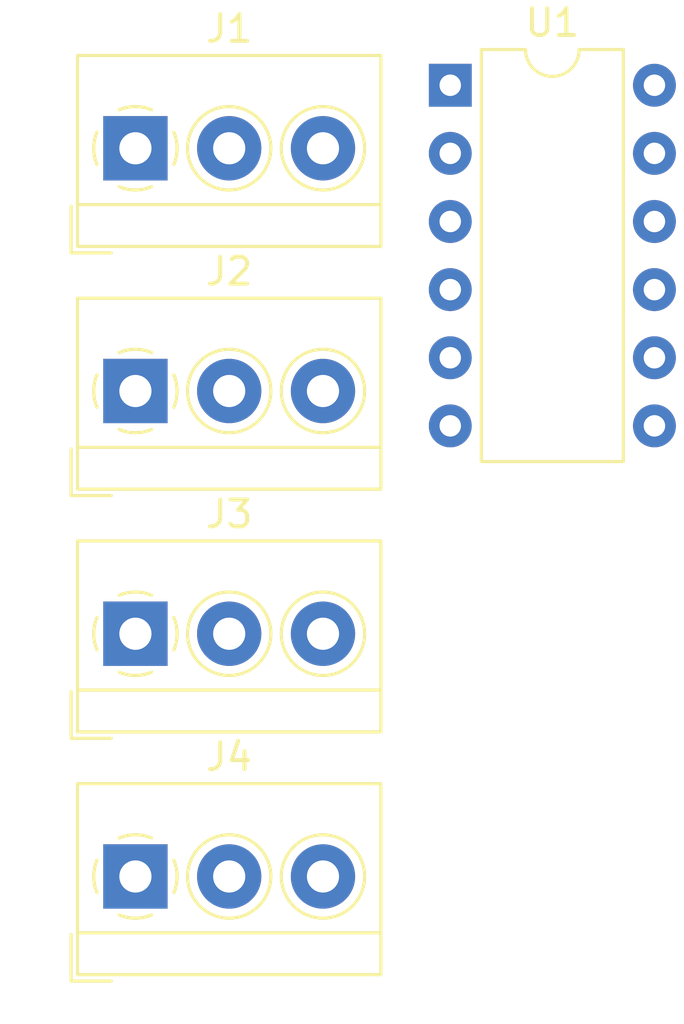
<source format=kicad_pcb>
(kicad_pcb (version 20240108) (generator "pcbnew") (generator_version "8.0")
  (layers (0 "F.Cu" signal) (31 "B.Cu" signal) (34 "B.Paste" user) (35 "F.Paste" user) (36 "B.SilkS" user "B.Silkscreen") (37 "F.SilkS" user "F.Silkscreen") (38 "B.Mask" user) (39 "F.Mask" user) (44 "Edge.Cuts" user))
  (net 0 "")
  (net 1 "VCC")
  (net 2 "GND")
  (net 3 "Net-(J1-Pin_2)")
  (net 4 "Net-(J2-Pin_2)")
  (net 5 "Net-(J3-Pin_2)")
  (net 6 "Net-(J4-Pin_2)")
  (net 7 "/Jetson GPIO Pin 3")
  (net 8 "/Jetson GPIO Pin 2")
  (net 9 "/Jetson GPIO Pin 4")
  (net 10 "/Jetson GPIO Pin 1")
  (footprint "Package_DIP:DIP-12_W7.62mm" (layer "F.Cu") (at 145.88 84.3)
    (property "Reference" "U1" (at 3.81 -2.33 0) (layer "F.SilkS"))
    (property "Value" "74LV14")
    (fp_line (start 1.16 -1.33) (end 1.16 14.03) (stroke (width 0.12)) (layer "F.SilkS"))
    (fp_line (start 1.16 14.03) (end 6.46 14.03) (stroke (width 0.12)) (layer "F.SilkS"))
    (fp_line (start 2.81 -1.33) (end 1.16 -1.33) (stroke (width 0.12)) (layer "F.SilkS"))
    (fp_line (start 6.46 -1.33) (end 4.81 -1.33) (stroke (width 0.12)) (layer "F.SilkS"))
    (fp_line (start 6.46 14.03) (end 6.46 -1.33) (stroke (width 0.12)) (layer "F.SilkS"))
    (fp_arc (start 4.81 -1.33) (mid 3.81 -0.33) (end 2.81 -1.33) (stroke (width 0.12)) (layer "F.SilkS"))
    (pad "1" thru_hole rect (at 0 0) (size 1.6 1.6) (drill 0.8) (layers "*.Cu" "*.Mask") (net 3 "Net-(J1-Pin_2)"))
    (pad "2" thru_hole oval (at 0 2.54) (size 1.6 1.6) (drill 0.8) (layers "*.Cu" "*.Mask") (net 10 "/Jetson GPIO Pin 1"))
    (pad "3" thru_hole oval (at 0 5.08) (size 1.6 1.6) (drill 0.8) (layers "*.Cu" "*.Mask") (net 4 "Net-(J2-Pin_2)"))
    (pad "4" thru_hole oval (at 0 7.62) (size 1.6 1.6) (drill 0.8) (layers "*.Cu" "*.Mask") (net 8 "/Jetson GPIO Pin 2"))
    (pad "5" thru_hole oval (at 0 10.16) (size 1.6 1.6) (drill 0.8) (layers "*.Cu" "*.Mask") (net 5 "Net-(J3-Pin_2)"))
    (pad "6" thru_hole oval (at 0 12.7) (size 1.6 1.6) (drill 0.8) (layers "*.Cu" "*.Mask") (net 7 "/Jetson GPIO Pin 3"))
    (pad "7" thru_hole oval (at 7.62 12.7) (size 1.6 1.6) (drill 0.8) (layers "*.Cu" "*.Mask") (net 2 "GND"))
    (pad "8" thru_hole oval (at 7.62 10.16) (size 1.6 1.6) (drill 0.8) (layers "*.Cu" "*.Mask") (net 9 "/Jetson GPIO Pin 4"))
    (pad "9" thru_hole oval (at 7.62 7.62) (size 1.6 1.6) (drill 0.8) (layers "*.Cu" "*.Mask") (net 6 "Net-(J4-Pin_2)"))
    (pad "10" thru_hole oval (at 7.62 5.08) (size 1.6 1.6) (drill 0.8) (layers "*.Cu" "*.Mask"))
    (pad "11" thru_hole oval (at 7.62 2.54) (size 1.6 1.6) (drill 0.8) (layers "*.Cu" "*.Mask"))
    (pad "12" thru_hole oval (at 7.62 0) (size 1.6 1.6) (drill 0.8) (layers "*.Cu" "*.Mask"))
  )
  (footprint "TerminalBlock_4Ucon:TerminalBlock_4Ucon_1x03_P3.50mm_Horizontal" (layer "F.Cu") (at 134.13 95.7)
    (property "Reference" "J2" (at 3.5 -4.46 0) (layer "F.SilkS"))
    (property "Value" "Screw_Terminal_01x03")
    (fp_line (start -2.4 2.16) (end -2.4 3.9) (stroke (width 0.12)) (layer "F.SilkS"))
    (fp_line (start -2.4 3.9) (end -0.9 3.9) (stroke (width 0.12)) (layer "F.SilkS"))
    (fp_line (start -2.16 -3.46) (end -2.16 3.66) (stroke (width 0.12)) (layer "F.SilkS"))
    (fp_line (start -2.16 -3.46) (end 9.16 -3.46) (stroke (width 0.12)) (layer "F.SilkS"))
    (fp_line (start -2.16 2.1) (end 9.16 2.1) (stroke (width 0.12)) (layer "F.SilkS"))
    (fp_line (start -2.16 3.66) (end 9.16 3.66) (stroke (width 0.12)) (layer "F.SilkS"))
    (fp_line (start 9.16 -3.46) (end 9.16 3.66) (stroke (width 0.12)) (layer "F.SilkS"))
    (fp_arc (start -1.432109 0.607742) (mid -1.555727 -0.00014) (end -1.432 -0.608) (stroke (width 0.12)) (layer "F.SilkS"))
    (fp_arc (start -0.607742 -1.432109) (mid 0.00014 -1.555727) (end 0.608 -1.432) (stroke (width 0.12)) (layer "F.SilkS"))
    (fp_arc (start 0.027011 1.555493) (mid -0.296984 1.527118) (end -0.608 1.432) (stroke (width 0.12)) (layer "F.SilkS"))
    (fp_arc (start 0.607587 1.431385) (mid 0.310017 1.523783) (end 0 1.555) (stroke (width 0.12)) (layer "F.SilkS"))
    (fp_arc (start 1.432109 -0.607742) (mid 1.555727 0.00014) (end 1.432 0.608) (stroke (width 0.12)) (layer "F.SilkS"))
    (fp_circle (center 3.5 0) (end 5.055 0) (stroke (width 0.12)) (fill none) (layer "F.SilkS"))
    (fp_circle (center 7 0) (end 8.555 0) (stroke (width 0.12)) (fill none) (layer "F.SilkS"))
    (pad "1" thru_hole rect (at 0 0) (size 2.4 2.4) (drill 1.2) (layers "*.Cu" "*.Mask") (net 2 "GND"))
    (pad "2" thru_hole circle (at 3.5 0) (size 2.4 2.4) (drill 1.2) (layers "*.Cu" "*.Mask") (net 4 "Net-(J2-Pin_2)"))
    (pad "3" thru_hole circle (at 7 0) (size 2.4 2.4) (drill 1.2) (layers "*.Cu" "*.Mask") (net 1 "VCC"))
  )
  (footprint "TerminalBlock_4Ucon:TerminalBlock_4Ucon_1x03_P3.50mm_Horizontal" (layer "F.Cu") (at 134.13 113.8)
    (property "Reference" "J4" (at 3.5 -4.46 0) (layer "F.SilkS"))
    (property "Value" "Screw_Terminal_01x03")
    (fp_line (start -2.4 2.16) (end -2.4 3.9) (stroke (width 0.12)) (layer "F.SilkS"))
    (fp_line (start -2.4 3.9) (end -0.9 3.9) (stroke (width 0.12)) (layer "F.SilkS"))
    (fp_line (start -2.16 -3.46) (end -2.16 3.66) (stroke (width 0.12)) (layer "F.SilkS"))
    (fp_line (start -2.16 -3.46) (end 9.16 -3.46) (stroke (width 0.12)) (layer "F.SilkS"))
    (fp_line (start -2.16 2.1) (end 9.16 2.1) (stroke (width 0.12)) (layer "F.SilkS"))
    (fp_line (start -2.16 3.66) (end 9.16 3.66) (stroke (width 0.12)) (layer "F.SilkS"))
    (fp_line (start 9.16 -3.46) (end 9.16 3.66) (stroke (width 0.12)) (layer "F.SilkS"))
    (fp_arc (start -1.432109 0.607742) (mid -1.555727 -0.00014) (end -1.432 -0.608) (stroke (width 0.12)) (layer "F.SilkS"))
    (fp_arc (start -0.607742 -1.432109) (mid 0.00014 -1.555727) (end 0.608 -1.432) (stroke (width 0.12)) (layer "F.SilkS"))
    (fp_arc (start 0.027011 1.555493) (mid -0.296984 1.527118) (end -0.608 1.432) (stroke (width 0.12)) (layer "F.SilkS"))
    (fp_arc (start 0.607587 1.431385) (mid 0.310017 1.523783) (end 0 1.555) (stroke (width 0.12)) (layer "F.SilkS"))
    (fp_arc (start 1.432109 -0.607742) (mid 1.555727 0.00014) (end 1.432 0.608) (stroke (width 0.12)) (layer "F.SilkS"))
    (fp_circle (center 3.5 0) (end 5.055 0) (stroke (width 0.12)) (fill none) (layer "F.SilkS"))
    (fp_circle (center 7 0) (end 8.555 0) (stroke (width 0.12)) (fill none) (layer "F.SilkS"))
    (pad "1" thru_hole rect (at 0 0) (size 2.4 2.4) (drill 1.2) (layers "*.Cu" "*.Mask") (net 2 "GND"))
    (pad "2" thru_hole circle (at 3.5 0) (size 2.4 2.4) (drill 1.2) (layers "*.Cu" "*.Mask") (net 6 "Net-(J4-Pin_2)"))
    (pad "3" thru_hole circle (at 7 0) (size 2.4 2.4) (drill 1.2) (layers "*.Cu" "*.Mask") (net 1 "VCC"))
  )
  (footprint "TerminalBlock_4Ucon:TerminalBlock_4Ucon_1x03_P3.50mm_Horizontal" (layer "F.Cu") (at 134.13 86.65)
    (property "Reference" "J1" (at 3.5 -4.46 0) (layer "F.SilkS"))
    (property "Value" "Screw_Terminal_01x03")
    (fp_line (start -2.4 2.16) (end -2.4 3.9) (stroke (width 0.12)) (layer "F.SilkS"))
    (fp_line (start -2.4 3.9) (end -0.9 3.9) (stroke (width 0.12)) (layer "F.SilkS"))
    (fp_line (start -2.16 -3.46) (end -2.16 3.66) (stroke (width 0.12)) (layer "F.SilkS"))
    (fp_line (start -2.16 -3.46) (end 9.16 -3.46) (stroke (width 0.12)) (layer "F.SilkS"))
    (fp_line (start -2.16 2.1) (end 9.16 2.1) (stroke (width 0.12)) (layer "F.SilkS"))
    (fp_line (start -2.16 3.66) (end 9.16 3.66) (stroke (width 0.12)) (layer "F.SilkS"))
    (fp_line (start 9.16 -3.46) (end 9.16 3.66) (stroke (width 0.12)) (layer "F.SilkS"))
    (fp_arc (start -1.432109 0.607742) (mid -1.555727 -0.00014) (end -1.432 -0.608) (stroke (width 0.12)) (layer "F.SilkS"))
    (fp_arc (start -0.607742 -1.432109) (mid 0.00014 -1.555727) (end 0.608 -1.432) (stroke (width 0.12)) (layer "F.SilkS"))
    (fp_arc (start 0.027011 1.555493) (mid -0.296984 1.527118) (end -0.608 1.432) (stroke (width 0.12)) (layer "F.SilkS"))
    (fp_arc (start 0.607587 1.431385) (mid 0.310017 1.523783) (end 0 1.555) (stroke (width 0.12)) (layer "F.SilkS"))
    (fp_arc (start 1.432109 -0.607742) (mid 1.555727 0.00014) (end 1.432 0.608) (stroke (width 0.12)) (layer "F.SilkS"))
    (fp_circle (center 3.5 0) (end 5.055 0) (stroke (width 0.12)) (fill none) (layer "F.SilkS"))
    (fp_circle (center 7 0) (end 8.555 0) (stroke (width 0.12)) (fill none) (layer "F.SilkS"))
    (pad "1" thru_hole rect (at 0 0) (size 2.4 2.4) (drill 1.2) (layers "*.Cu" "*.Mask") (net 2 "GND"))
    (pad "2" thru_hole circle (at 3.5 0) (size 2.4 2.4) (drill 1.2) (layers "*.Cu" "*.Mask") (net 3 "Net-(J1-Pin_2)"))
    (pad "3" thru_hole circle (at 7 0) (size 2.4 2.4) (drill 1.2) (layers "*.Cu" "*.Mask") (net 1 "VCC"))
  )
  (footprint "TerminalBlock_4Ucon:TerminalBlock_4Ucon_1x03_P3.50mm_Horizontal" (layer "F.Cu") (at 134.13 104.75)
    (property "Reference" "J3" (at 3.5 -4.46 0) (layer "F.SilkS"))
    (property "Value" "Screw_Terminal_01x03")
    (fp_line (start -2.4 2.16) (end -2.4 3.9) (stroke (width 0.12)) (layer "F.SilkS"))
    (fp_line (start -2.4 3.9) (end -0.9 3.9) (stroke (width 0.12)) (layer "F.SilkS"))
    (fp_line (start -2.16 -3.46) (end -2.16 3.66) (stroke (width 0.12)) (layer "F.SilkS"))
    (fp_line (start -2.16 -3.46) (end 9.16 -3.46) (stroke (width 0.12)) (layer "F.SilkS"))
    (fp_line (start -2.16 2.1) (end 9.16 2.1) (stroke (width 0.12)) (layer "F.SilkS"))
    (fp_line (start -2.16 3.66) (end 9.16 3.66) (stroke (width 0.12)) (layer "F.SilkS"))
    (fp_line (start 9.16 -3.46) (end 9.16 3.66) (stroke (width 0.12)) (layer "F.SilkS"))
    (fp_arc (start -1.432109 0.607742) (mid -1.555727 -0.00014) (end -1.432 -0.608) (stroke (width 0.12)) (layer "F.SilkS"))
    (fp_arc (start -0.607742 -1.432109) (mid 0.00014 -1.555727) (end 0.608 -1.432) (stroke (width 0.12)) (layer "F.SilkS"))
    (fp_arc (start 0.027011 1.555493) (mid -0.296984 1.527118) (end -0.608 1.432) (stroke (width 0.12)) (layer "F.SilkS"))
    (fp_arc (start 0.607587 1.431385) (mid 0.310017 1.523783) (end 0 1.555) (stroke (width 0.12)) (layer "F.SilkS"))
    (fp_arc (start 1.432109 -0.607742) (mid 1.555727 0.00014) (end 1.432 0.608) (stroke (width 0.12)) (layer "F.SilkS"))
    (fp_circle (center 3.5 0) (end 5.055 0) (stroke (width 0.12)) (fill none) (layer "F.SilkS"))
    (fp_circle (center 7 0) (end 8.555 0) (stroke (width 0.12)) (fill none) (layer "F.SilkS"))
    (pad "1" thru_hole rect (at 0 0) (size 2.4 2.4) (drill 1.2) (layers "*.Cu" "*.Mask") (net 2 "GND"))
    (pad "2" thru_hole circle (at 3.5 0) (size 2.4 2.4) (drill 1.2) (layers "*.Cu" "*.Mask") (net 5 "Net-(J3-Pin_2)"))
    (pad "3" thru_hole circle (at 7 0) (size 2.4 2.4) (drill 1.2) (layers "*.Cu" "*.Mask") (net 1 "VCC"))
  )
)
</source>
